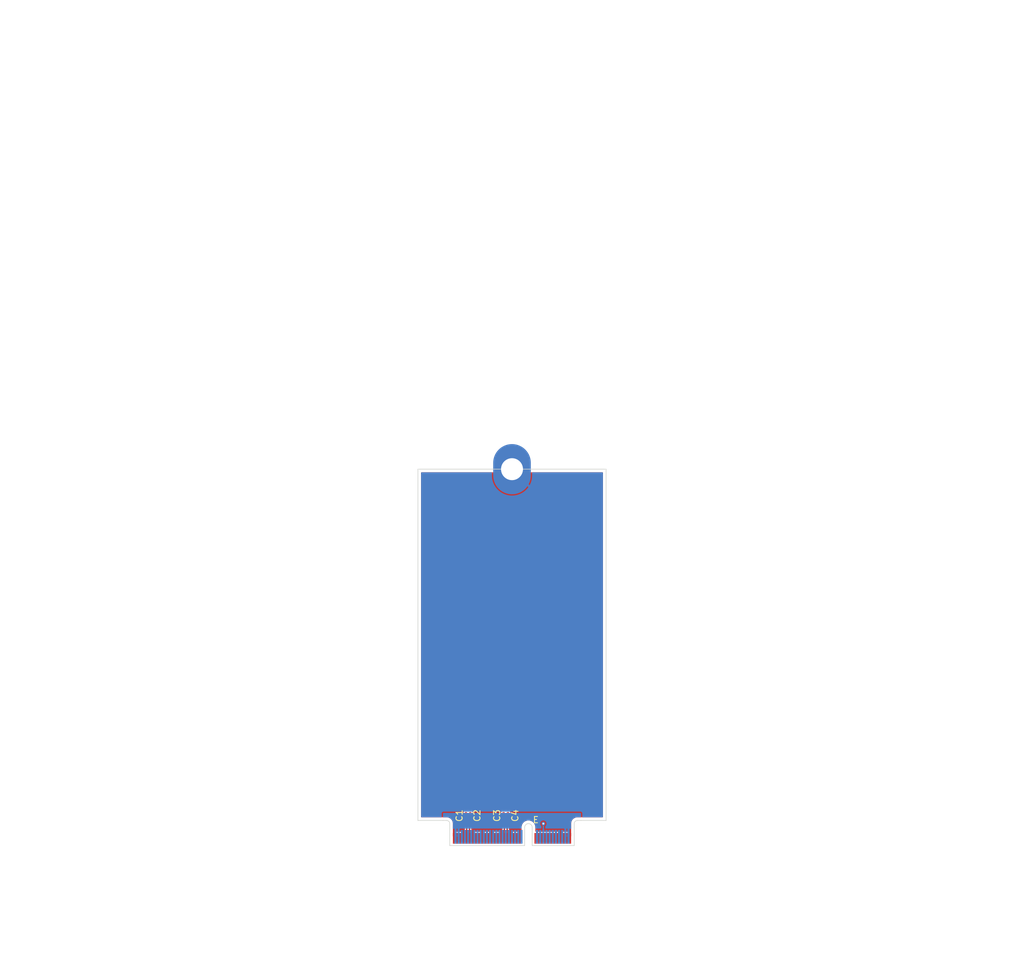
<source format=kicad_pcb>
(kicad_pcb (version 20241229) (generator "pcbnew") (generator_version "9.0")
  (layers (0 "F.Cu" signal) (2 "B.Cu" signal) (13 "F.Paste" user) (15 "B.Paste" user) (5 "F.SilkS" user "F.Silkscreen") (7 "B.SilkS" user "B.Silkscreen") (1 "F.Mask" user) (3 "B.Mask" user) (25 "Edge.Cuts" user))
  (net 0 "")
  (net 1 "/M.2 E Key/PET1P")
  (net 2 "/M.2 E Key/PET1N")
  (net 3 "/M.2 E Key/PET0P")
  (net 4 "/M.2 E Key/PET0N")
  (net 5 "GND")
  (net 6 "+3.3V")
  (net 7 "/USB_D+")
  (net 8 "/USB_D-")
  (net 9 "/LED#1")
  (net 10 "/I2S_SCK")
  (net 11 "/SDIO_CLK")
  (net 12 "/I2S_WS")
  (net 13 "/SDIO_CMD")
  (net 14 "/I2S_SD_OUT")
  (net 15 "/SDIO_DATA0")
  (net 16 "/I2S_SD_IN")
  (net 17 "/SDIO_DATA3")
  (net 18 "/LED#2")
  (net 19 "/SDIO_DATA2")
  (net 20 "/SDIO_DATA1")
  (net 21 "/UART_WAKE#")
  (net 22 "/SDIO__WAKE#")
  (net 23 "/UART_TXD")
  (net 24 "/SDIO_RESET#")
  (net 25 "/UART_RXD")
  (net 26 "/UARD_RTS")
  (net 27 "/PER0-")
  (net 28 "/UART_CTS")
  (net 29 "/PER0+")
  (net 35 "/REFCLK0+")
  (net 37 "/REFCLK0-")
  (net 38 "/SUSCLK")
  (net 39 "/PERST0#")
  (net 40 "/CLKREQ0#")
  (net 41 "/W_DISABLE2#")
  (net 42 "/PEWAKE#")
  (net 43 "/W_DISABLE1#")
  (net 44 "/I2C_DATA")
  (net 45 "/PER1+")
  (net 46 "/I2C_CLK")
  (net 47 "/PER1-")
  (net 48 "/ALERT#")
  (net 50 "/PERST1#")
  (net 51 "/CLKREQ1#")
  (net 52 "/PEWAKE1#")
  (net 53 "/REFCLK1+")
  (net 54 "/REFCLK1-")
  (net 55 "/PET0-")
  (net 56 "/PET1+")
  (net 57 "/PET0+")
  (net 58 "/PET1-")
  (footprint "Capacitor_SMD:C_0201_0603Metric" (layer "F.Cu") (at 102.86 154.18 90)
    (property "Reference" "C2" (at 0 1.09 90) (layer "F.SilkS"))
    (property "Value" "220nF")
    (pad "1" smd roundrect (at -0.32 0 90) (size 0.46 0.4) (layers "F.Cu" "F.Mask") (net 1 "/M.2 E Key/PET1P"))
    (pad "2" smd roundrect (at 0.32 0 90) (size 0.46 0.4) (layers "F.Cu" "F.Mask") (net 56 "/PET1+"))
  )
  (footprint "PCIexpress:M.2 E Key Connector" (layer "F.Cu") (at 109.51 157.84)
    (property "Reference" "J1")
    (property "Value" "~")
    (fp_line (start -11 -2.89) (end -10.425 -2.89) (stroke (width 0.1)) (layer "Edge.Cuts"))
    (fp_line (start -9.925 -2.39) (end -9.925 1.11) (stroke (width 0.1)) (layer "Edge.Cuts"))
    (fp_line (start 2.02 -1.79) (end 2.02 1.11) (stroke (width 0.1)) (layer "Edge.Cuts"))
    (fp_line (start 2.02 1.11) (end -9.925 1.11) (stroke (width 0.1)) (layer "Edge.Cuts"))
    (fp_line (start 3.22 -1.79) (end 3.22 1.11) (stroke (width 0.1)) (layer "Edge.Cuts"))
    (fp_line (start 3.22 1.11) (end 9.925 1.11) (stroke (width 0.1)) (layer "Edge.Cuts"))
    (fp_line (start 9.925 -2.39) (end 9.925 1.11) (stroke (width 0.1)) (layer "Edge.Cuts"))
    (fp_line (start 10.425 -2.89) (end 11 -2.89) (stroke (width 0.1)) (layer "Edge.Cuts"))
    (fp_arc (start -10.425 -2.89) (mid -10.071447 -2.743553) (end -9.925 -2.39) (stroke (width 0.1)) (layer "Edge.Cuts"))
    (fp_arc (start 2.02 -1.79) (mid 2.62 -2.39) (end 3.22 -1.79) (stroke (width 0.1)) (layer "Edge.Cuts"))
    (fp_arc (start 9.925 -2.39) (mid 10.071447 -2.743553) (end 10.425 -2.89) (stroke (width 0.1)) (layer "Edge.Cuts"))
    (fp_text user "E" (at 3.245 -2.395 0) (layer "F.SilkS") (effects (justify left bottom)))
    (pad "1" smd rect (at 9.25 -0.04 180) (size 0.35 1.7) (layers "F.Cu") (net 5 "GND"))
    (pad "2" smd rect (at 9 -0.29 180) (size 0.35 2.2) (layers "B.Cu") (net 6 "+3.3V"))
    (pad "3" smd rect (at 8.75 -0.04 180) (size 0.35 1.7) (layers "F.Cu") (net 7 "/USB_D+"))
    (pad "4" smd rect (at 8.5 -0.29 180) (size 0.35 2.2) (layers "B.Cu") (net 6 "+3.3V"))
    (pad "5" smd rect (at 8.25 -0.04 180) (size 0.35 1.7) (layers "F.Cu") (net 8 "/USB_D-"))
    (pad "6" smd rect (at 8 -0.29 180) (size 0.35 2.2) (layers "B.Cu") (net 9 "/LED#1"))
    (pad "7" smd rect (at 7.75 -0.04 180) (size 0.35 1.7) (layers "F.Cu") (net 5 "GND"))
    (pad "8" smd rect (at 7.5 -0.29 180) (size 0.35 2.2) (layers "B.Cu") (net 10 "/I2S_SCK"))
    (pad "9" smd rect (at 7.25 -0.04 180) (size 0.35 1.7) (layers "F.Cu") (net 11 "/SDIO_CLK"))
    (pad "10" smd rect (at 7 -0.29 180) (size 0.35 2.2) (layers "B.Cu") (net 12 "/I2S_WS"))
    (pad "11" smd rect (at 6.75 -0.04 180) (size 0.35 1.7) (layers "F.Cu") (net 13 "/SDIO_CMD"))
    (pad "12" smd rect (at 6.5 -0.29 180) (size 0.35 2.2) (layers "B.Cu") (net 14 "/I2S_SD_OUT"))
    (pad "13" smd rect (at 6.25 -0.04 180) (size 0.35 1.7) (layers "F.Cu") (net 15 "/SDIO_DATA0"))
    (pad "14" smd rect (at 6 -0.29 180) (size 0.35 2.2) (layers "B.Cu") (net 16 "/I2S_SD_IN"))
    (pad "15" smd rect (at 5.75 -0.04 180) (size 0.35 1.7) (layers "F.Cu") (net 17 "/SDIO_DATA3"))
    (pad "16" smd rect (at 5.5 -0.29 180) (size 0.35 2.2) (layers "B.Cu") (net 18 "/LED#2"))
    (pad "17" smd rect (at 5.25 -0.04 180) (size 0.35 1.7) (layers "F.Cu") (net 19 "/SDIO_DATA2"))
    (pad "18" smd rect (at 5 -0.29 180) (size 0.35 2.2) (layers "B.Cu") (net 5 "GND"))
    (pad "19" smd rect (at 4.75 -0.04 180) (size 0.35 1.7) (layers "F.Cu") (net 20 "/SDIO_DATA1"))
    (pad "20" smd rect (at 4.5 -0.29 180) (size 0.35 2.2) (layers "B.Cu") (net 21 "/UART_WAKE#"))
    (pad "21" smd rect (at 4.25 -0.04 180) (size 0.35 1.7) (layers "F.Cu") (net 22 "/SDIO__WAKE#"))
    (pad "22" smd rect (at 4 -0.29 180) (size 0.35 2.2) (layers "B.Cu") (net 23 "/UART_TXD"))
    (pad "23" smd rect (at 3.75 -0.04 180) (size 0.35 1.7) (layers "F.Cu") (net 24 "/SDIO_RESET#"))
    (pad "32" smd rect (at 1.5 -0.29 180) (size 0.35 2.2) (layers "B.Cu") (net 25 "/UART_RXD"))
    (pad "33" smd rect (at 1.25 -0.04 180) (size 0.35 1.7) (layers "F.Cu") (net 5 "GND"))
    (pad "34" smd rect (at 1 -0.29 180) (size 0.35 2.2) (layers "B.Cu") (net 26 "/UARD_RTS"))
    (pad "35" smd rect (at 0.75 -0.04 180) (size 0.35 1.7) (layers "F.Cu") (net 27 "/PER0-"))
    (pad "36" smd rect (at 0.5 -0.29 180) (size 0.35 2.2) (layers "B.Cu") (net 28 "/UART_CTS"))
    (pad "37" smd rect (at 0.25 -0.04 180) (size 0.35 1.7) (layers "F.Cu") (net 29 "/PER0+"))
    (pad "38" smd rect (at 0 -0.29 180) (size 0.35 2.2) (layers "B.Cu"))
    (pad "39" smd rect (at -0.25 -0.04 180) (size 0.35 1.7) (layers "F.Cu") (net 5 "GND"))
    (pad "40" smd rect (at -0.5 -0.29 180) (size 0.35 2.2) (layers "B.Cu"))
    (pad "41" smd rect (at -0.75 -0.04 180) (size 0.35 1.7) (layers "F.Cu") (net 3 "/M.2 E Key/PET0P"))
    (pad "42" smd rect (at -1 -0.29 180) (size 0.35 2.2) (layers "B.Cu"))
    (pad "43" smd rect (at -1.25 -0.04 180) (size 0.35 1.7) (layers "F.Cu") (net 4 "/M.2 E Key/PET0N"))
    (pad "44" smd rect (at -1.5 -0.29 180) (size 0.35 2.2) (layers "B.Cu"))
    (pad "45" smd rect (at -1.75 -0.04 180) (size 0.35 1.7) (layers "F.Cu") (net 5 "GND"))
    (pad "46" smd rect (at -2 -0.29 180) (size 0.35 2.2) (layers "B.Cu"))
    (pad "47" smd rect (at -2.25 -0.04 180) (size 0.35 1.7) (layers "F.Cu") (net 35 "/REFCLK0+"))
    (pad "48" smd rect (at -2.5 -0.29 180) (size 0.35 2.2) (layers "B.Cu"))
    (pad "49" smd rect (at -2.75 -0.04 180) (size 0.35 1.7) (layers "F.Cu") (net 37 "/REFCLK0-"))
    (pad "50" smd rect (at -3 -0.29 180) (size 0.35 2.2) (layers "B.Cu") (net 38 "/SUSCLK"))
    (pad "51" smd rect (at -3.25 -0.04 180) (size 0.35 1.7) (layers "F.Cu") (net 5 "GND"))
    (pad "52" smd rect (at -3.5 -0.29 180) (size 0.35 2.2) (layers "B.Cu") (net 39 "/PERST0#"))
    (pad "53" smd rect (at -3.75 -0.04 180) (size 0.35 1.7) (layers "F.Cu") (net 40 "/CLKREQ0#"))
    (pad "54" smd rect (at -4 -0.29 180) (size 0.35 2.2) (layers "B.Cu") (net 41 "/W_DISABLE2#"))
    (pad "55" smd rect (at -4.25 -0.04 180) (size 0.35 1.7) (layers "F.Cu") (net 42 "/PEWAKE#"))
    (pad "56" smd rect (at -4.5 -0.29 180) (size 0.35 2.2) (layers "B.Cu") (net 43 "/W_DISABLE1#"))
    (pad "57" smd rect (at -4.75 -0.04 180) (size 0.35 1.7) (layers "F.Cu") (net 5 "GND"))
    (pad "58" smd rect (at -5 -0.29 180) (size 0.35 2.2) (layers "B.Cu") (net 44 "/I2C_DATA"))
    (pad "59" smd rect (at -5.25 -0.04 180) (size 0.35 1.7) (layers "F.Cu") (net 45 "/PER1+"))
    (pad "60" smd rect (at -5.5 -0.29 180) (size 0.35 2.2) (layers "B.Cu") (net 46 "/I2C_CLK"))
    (pad "61" smd rect (at -5.75 -0.04 180) (size 0.35 1.7) (layers "F.Cu") (net 47 "/PER1-"))
    (pad "62" smd rect (at -6 -0.29 180) (size 0.35 2.2) (layers "B.Cu") (net 48 "/ALERT#"))
    (pad "63" smd rect (at -6.25 -0.04 180) (size 0.35 1.7) (layers "F.Cu") (net 5 "GND"))
    (pad "64" smd rect (at -6.5 -0.29 180) (size 0.35 2.2) (layers "B.Cu"))
    (pad "65" smd rect (at -6.75 -0.04 180) (size 0.35 1.7) (layers "F.Cu") (net 1 "/M.2 E Key/PET1P"))
    (pad "66" smd rect (at -7 -0.29 180) (size 0.35 2.2) (layers "B.Cu") (net 50 "/PERST1#"))
    (pad "67" smd rect (at -7.25 -0.04 180) (size 0.35 1.7) (layers "F.Cu") (net 2 "/M.2 E Key/PET1N"))
    (pad "68" smd rect (at -7.5 -0.29 180) (size 0.35 2.2) (layers "B.Cu") (net 51 "/CLKREQ1#"))
    (pad "69" smd rect (at -7.75 -0.04 180) (size 0.35 1.7) (layers "F.Cu") (net 5 "GND"))
    (pad "70" smd rect (at -8 -0.29 180) (size 0.35 2.2) (layers "B.Cu") (net 52 "/PEWAKE1#"))
    (pad "71" smd rect (at -8.25 -0.04 180) (size 0.35 1.7) (layers "F.Cu") (net 53 "/REFCLK1+"))
    (pad "72" smd rect (at -8.5 -0.29 180) (size 0.35 2.2) (layers "B.Cu") (net 6 "+3.3V"))
    (pad "73" smd rect (at -8.75 -0.04 180) (size 0.35 1.7) (layers "F.Cu") (net 54 "/REFCLK1-"))
    (pad "74" smd rect (at -9 -0.29 180) (size 0.35 2.2) (layers "B.Cu") (net 6 "+3.3V"))
    (pad "75" smd rect (at -9.25 -0.04 180) (size 0.35 1.7) (layers "F.Cu") (net 5 "GND"))
  )
  (footprint "Athena KiCAd library:M.2 Mounting Pad" (layer "F.Cu") (at 109.51 98.95)
    (property "Reference" "H1")
    (property "Value" "MountingHole_Pad")
    (pad "1" thru_hole circle (at 0 0) (size 5.5 5.5) (drill 3.5) (property pad_prop_castellated) (layers "*.Cu" "*.Mask") (net 5 "GND") (padstack (mode front_inner_back) (layer "Inner" (shape circle) (size 5.5 5.5)) (layer "B.Cu" (shape oval) (size 6 8))))
  )
  (footprint "Capacitor_SMD:C_0201_0603Metric" (layer "F.Cu") (at 108.16 154.18 90)
    (property "Reference" "C3" (at 0 -1.05 90) (layer "F.SilkS"))
    (property "Value" "220nF")
    (pad "1" smd roundrect (at -0.32 0 90) (size 0.46 0.4) (layers "F.Cu" "F.Mask") (net 4 "/M.2 E Key/PET0N"))
    (pad "2" smd roundrect (at 0.32 0 90) (size 0.46 0.4) (layers "F.Cu" "F.Mask") (net 55 "/PET0-"))
  )
  (footprint "Capacitor_SMD:C_0201_0603Metric" (layer "F.Cu") (at 108.86 154.18 90)
    (property "Reference" "C4" (at 0 1.14 90) (layer "F.SilkS"))
    (property "Value" "220nF")
    (pad "1" smd roundrect (at -0.32 0 90) (size 0.46 0.4) (layers "F.Cu" "F.Mask") (net 3 "/M.2 E Key/PET0P"))
    (pad "2" smd roundrect (at 0.32 0 90) (size 0.46 0.4) (layers "F.Cu" "F.Mask") (net 57 "/PET0+"))
  )
  (footprint "Capacitor_SMD:C_0201_0603Metric" (layer "F.Cu") (at 102.16 154.18 90)
    (property "Reference" "C1" (at 0 -1.05 90) (layer "F.SilkS"))
    (property "Value" "220nF")
    (pad "1" smd roundrect (at -0.32 0 90) (size 0.46 0.4) (layers "F.Cu" "F.Mask") (net 2 "/M.2 E Key/PET1N"))
    (pad "2" smd roundrect (at 0.32 0 90) (size 0.46 0.4) (layers "F.Cu" "F.Mask") (net 58 "/PET1-"))
  )
  (gr_line (start 120.51 154.95) (end 124.51 154.95) (stroke (width 0.1)) (layer "Edge.Cuts"))
  (gr_line (start 98.51 154.95) (end 94.51 154.95) (stroke (width 0.1)) (layer "Edge.Cuts"))
  (gr_line (start 124.51 154.95) (end 124.51 98.95) (stroke (width 0.1)) (layer "Edge.Cuts"))
  (gr_line (start 94.51 98.95) (end 94.51 154.95) (stroke (width 0.1)) (layer "Edge.Cuts"))
  (gr_line (start 124.51 98.95) (end 94.51 98.95) (stroke (width 0.1)) (layer "Edge.Cuts"))
  (segment (start 102.76 157.8) (end 102.76 156.524999) (width 0.2) (layer "F.Cu") (net 1))
  (segment (start 102.735 154.970001) (end 102.86 154.845001) (width 0.2) (layer "F.Cu") (net 1))
  (segment (start 102.86 154.845001) (end 102.86 154.5) (width 0.2) (layer "F.Cu") (net 1))
  (segment (start 102.76 156.524999) (end 102.735 156.499999) (width 0.2) (layer "F.Cu") (net 1))
  (segment (start 102.735 156.499999) (end 102.735 154.970001) (width 0.2) (layer "F.Cu") (net 1))
  (segment (start 102.16 154.845001) (end 102.16 154.5) (width 0.2) (layer "F.Cu") (net 2))
  (segment (start 102.285 154.970001) (end 102.16 154.845001) (width 0.2) (layer "F.Cu") (net 2))
  (segment (start 102.26 157.8) (end 102.26 156.524999) (width 0.2) (layer "F.Cu") (net 2))
  (segment (start 102.285 156.499999) (end 102.285 154.970001) (width 0.2) (layer "F.Cu") (net 2))
  (segment (start 102.26 156.524999) (end 102.285 156.499999) (width 0.2) (layer "F.Cu") (net 2))
  (segment (start 108.735 154.970001) (end 108.86 154.845001) (width 0.2) (layer "F.Cu") (net 3))
  (segment (start 108.76 157.8) (end 108.76 156.524999) (width 0.2) (layer "F.Cu") (net 3))
  (segment (start 108.76 156.524999) (end 108.735 156.499999) (width 0.2) (layer "F.Cu") (net 3))
  (segment (start 108.86 154.845001) (end 108.86 154.5) (width 0.2) (layer "F.Cu") (net 3))
  (segment (start 108.735 156.499999) (end 108.735 154.970001) (width 0.2) (layer "F.Cu") (net 3))
  (segment (start 108.26 156.524999) (end 108.285 156.499999) (width 0.2) (layer "F.Cu") (net 4))
  (segment (start 108.285 154.970001) (end 108.16 154.845001) (width 0.2) (layer "F.Cu") (net 4))
  (segment (start 108.26 157.8) (end 108.26 156.524999) (width 0.2) (layer "F.Cu") (net 4))
  (segment (start 108.285 156.499999) (end 108.285 154.970001) (width 0.2) (layer "F.Cu") (net 4))
  (segment (start 108.16 154.845001) (end 108.16 154.5) (width 0.2) (layer "F.Cu") (net 4))
  (via (at 114.51 155.46) (size 0.6) (drill 0.3) (layers "F.Cu" "B.Cu") (net 5))
  (segment (start 114.51 155.46) (end 114.51 157.55) (width 0.2) (layer "B.Cu") (net 5))
  (zone (net 5) (net_name "GND") (layers "F.Cu" "B.Cu") (connect_pads (clearance 0.2)) (min_thickness 0.15) (fill yes (thermal_gap 0.2) (thermal_bridge_width 0.35))
    (polygon (pts (xy 94.51 157.48) (xy 94.51 48.95) (xy 124.51 48.95) (xy 124.51 157.48)))
  )
  (zone (net 6) (net_name "+3.3V") (layer "B.Cu") (priority 1) (connect_pads (clearance 0.2)) (min_thickness 0.15) (fill yes (thermal_gap 0.2) (thermal_bridge_width 0.35))
    (polygon (pts (xy 120.51 157.48) (xy 120.51 153.75) (xy 98.51 153.75) (xy 98.51 157.48)))
  )
)
</source>
